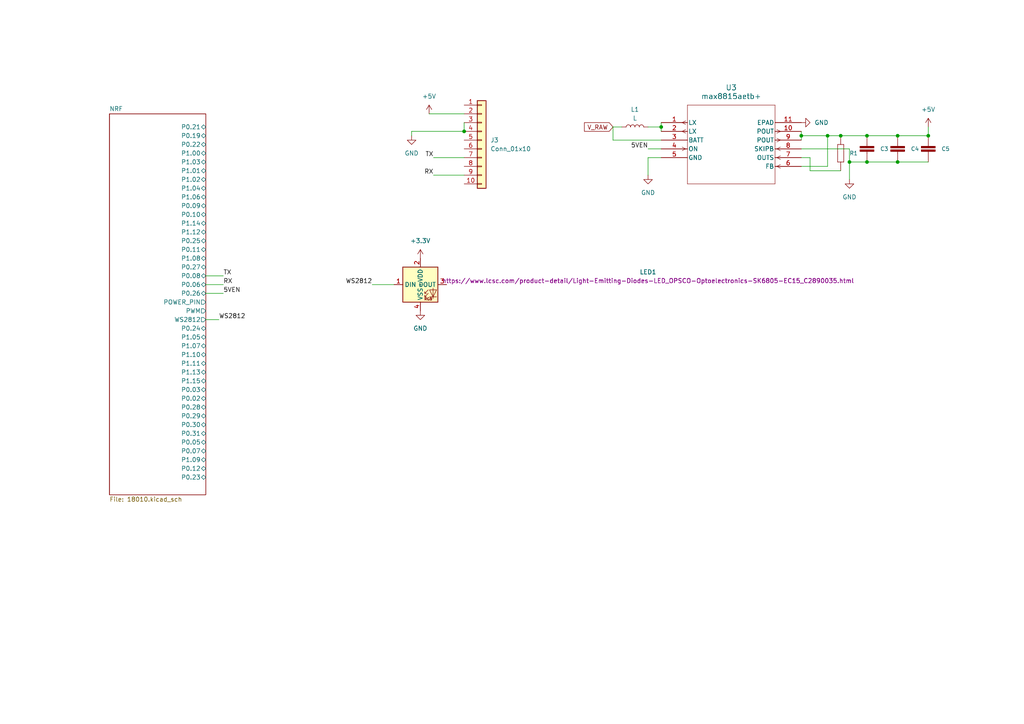
<source format=kicad_sch>
(kicad_sch (version 20230121) (generator eeschema)
  (paper "A4")
  (lib_symbols
    (symbol "Connector_Generic:Conn_01x10" (pin_names (offset 1.016) hide)
      (property "Reference" "J" (at 0 12.7 0))
      (property "Value" "Conn_01x10" (at 0 -15.24 0))
      (symbol "Conn_01x10_1_1"
        (rectangle (start -1.27 -12.573) (end 0 -12.827) (stroke (width 0.1524)))
        (rectangle (start -1.27 -10.033) (end 0 -10.287) (stroke (width 0.1524)))
        (rectangle (start -1.27 -7.493) (end 0 -7.747) (stroke (width 0.1524)))
        (rectangle (start -1.27 -4.953) (end 0 -5.207) (stroke (width 0.1524)))
        (rectangle (start -1.27 -2.413) (end 0 -2.667) (stroke (width 0.1524)))
        (rectangle (start -1.27 0.127) (end 0 -0.127) (stroke (width 0.1524)))
        (rectangle (start -1.27 2.667) (end 0 2.413) (stroke (width 0.1524)))
        (rectangle (start -1.27 5.207) (end 0 4.953) (stroke (width 0.1524)))
        (rectangle (start -1.27 7.747) (end 0 7.493) (stroke (width 0.1524)))
        (rectangle (start -1.27 10.287) (end 0 10.033) (stroke (width 0.1524)))
        (rectangle (start -1.27 11.43) (end 1.27 -13.97) (stroke (width 0.254)) (fill (type background)))
        (pin passive line (at -5.08 10.16 0) (length 3.81) (name "Pin_1") (number "1"))
        (pin passive line (at -5.08 -12.7 0) (length 3.81) (name "Pin_10") (number "10"))
        (pin passive line (at -5.08 7.62 0) (length 3.81) (name "Pin_2") (number "2"))
        (pin passive line (at -5.08 5.08 0) (length 3.81) (name "Pin_3") (number "3"))
        (pin passive line (at -5.08 2.54 0) (length 3.81) (name "Pin_4") (number "4"))
        (pin passive line (at -5.08 0 0) (length 3.81) (name "Pin_5") (number "5"))
        (pin passive line (at -5.08 -2.54 0) (length 3.81) (name "Pin_6") (number "6"))
        (pin passive line (at -5.08 -5.08 0) (length 3.81) (name "Pin_7") (number "7"))
        (pin passive line (at -5.08 -7.62 0) (length 3.81) (name "Pin_8") (number "8"))
        (pin passive line (at -5.08 -10.16 0) (length 3.81) (name "Pin_9") (number "9"))
      )
    )
    (symbol "Device:L" (pin_numbers hide) (pin_names (offset 1.016) hide)
      (property "Reference" "L" (at -1.27 0 90))
      (property "Value" "L" (at 1.905 0 90))
      (symbol "L_0_1"
        (arc (start 0 -2.54) (mid 0.6323 -1.905) (end 0 -1.27))
        (arc (start 0 -1.27) (mid 0.6323 -0.635) (end 0 0))
        (arc (start 0 0) (mid 0.6323 0.635) (end 0 1.27))
        (arc (start 0 1.27) (mid 0.6323 1.905) (end 0 2.54))
      )
      (symbol "L_1_1"
        (pin passive line (at 0 3.81 270) (length 1.27) (name "1") (number "1"))
        (pin passive line (at 0 -3.81 90) (length 1.27) (name "2") (number "2"))
      )
    )
    (symbol "PW:C-EUC0603" (pin_numbers hide) (pin_names (offset 1.016) hide)
      (property "Reference" "C" (at 1.524 0.381 0))
      (symbol "C-EUC0603_1_0"
        (polyline (pts (xy 0 -2.54) (xy 0 -2.032)))
        (polyline (pts (xy 0 0) (xy 0 -0.508)))
      )
      (symbol "C-EUC0603_1_1"
        (rectangle (start -2.032 -2.032) (end 2.032 -1.524) (fill (type outline)))
        (rectangle (start -2.032 -1.016) (end 2.032 -0.508) (fill (type outline)))
        (pin passive line (at 0 2.54 270) (length 2.54) (name "1") (number "1"))
        (pin passive line (at 0 -5.08 90) (length 2.54) (name "2") (number "2"))
      )
    )
    (symbol "PW:R-EU_R0603" (pin_numbers hide) (pin_names (offset 1.016) hide)
      (property "Reference" "R" (at -3.81 1.4986 0))
      (symbol "R-EU_R0603_1_0"
        (polyline (pts (xy -2.54 -0.889) (xy -2.54 0.889)))
        (polyline (pts (xy -2.54 -0.889) (xy 2.54 -0.889)))
        (polyline (pts (xy 2.54 -0.889) (xy 2.54 0.889)))
        (polyline (pts (xy 2.54 0.889) (xy -2.54 0.889)))
      )
      (symbol "R-EU_R0603_1_1"
        (pin passive line (at -5.08 0 0) (length 2.54) (name "1") (number "1"))
        (pin passive line (at 5.08 0 180) (length 2.54) (name "2") (number "2"))
      )
    )
    (symbol "PW:SK6805-E-J"
      (property "Reference" "LED" (at 5.08 6.35 0))
      (property "Link" "https://www.lcsc.com/product-detail/Light-Emitting-Diodes-LED_OPSCO-Optoelectronics-SK6805-EC15_C2890035.html" (at 0 0 0))
      (symbol "SK6805-E-J_0_0"
        (text "RGB" (at 2.286 -4.191 0) (effects (font (size 0.762 0.762))))
      )
      (symbol "SK6805-E-J_0_1"
        (polyline (pts (xy 1.27 -3.556) (xy 1.778 -3.556)))
        (polyline (pts (xy 1.27 -2.54) (xy 1.778 -2.54)))
        (polyline (pts (xy 4.699 -3.556) (xy 2.667 -3.556)))
        (polyline (pts (xy 2.286 -2.54) (xy 1.27 -3.556) (xy 1.27 -3.048)))
        (polyline (pts (xy 2.286 -1.524) (xy 1.27 -2.54) (xy 1.27 -2.032)))
        (polyline (pts (xy 3.683 -1.016) (xy 3.683 -3.556) (xy 3.683 -4.064)))
        (polyline (pts (xy 4.699 -1.524) (xy 2.667 -1.524) (xy 3.683 -3.556) (xy 4.699 -1.524)))
        (rectangle (start 5.08 5.08) (end -5.08 -5.08) (stroke (width 0.254)) (fill (type background)))
      )
      (symbol "SK6805-E-J_1_1"
        (pin input line (at -7.62 0 0) (length 2.54) (name "DIN") (number "1"))
        (pin power_in line (at 0 7.62 270) (length 2.54) (name "VDD") (number "2"))
        (pin output line (at 7.62 0 180) (length 2.54) (name "DOUT") (number "3"))
        (pin power_in line (at 0 -7.62 90) (length 2.54) (name "VSS") (number "4"))
      )
    )
    (symbol "PW:max8815aetb+" (pin_names (offset 0.254))
      (property "Reference" "U" (at 20.32 10.16 0))
      (property "Value" "max8815aetb+" (at 20.32 7.62 0))
      (symbol "max8815aetb+_0_1"
        (polyline (pts (xy 7.0993 -7.62) (xy 6.0579 -8.1407)) (stroke (width 0.127)))
        (polyline (pts (xy 7.0993 -7.62) (xy 6.0579 -7.0993)) (stroke (width 0.127)))
        (polyline (pts (xy 7.0993 -3.0607) (xy 6.0579 -2.54)) (stroke (width 0.127)))
        (polyline (pts (xy 7.0993 -2.0193) (xy 6.0579 -2.54)) (stroke (width 0.127)))
        (polyline (pts (xy 7.0993 -0.5207) (xy 6.0579 0)) (stroke (width 0.127)))
        (polyline (pts (xy 7.0993 0.5207) (xy 6.0579 0)) (stroke (width 0.127)))
        (polyline (pts (xy 7.62 -17.78) (xy 33.02 -17.78)) (stroke (width 0.127)))
        (polyline (pts (xy 7.62 5.08) (xy 7.62 -17.78)) (stroke (width 0.127)))
        (polyline (pts (xy 33.02 -17.78) (xy 33.02 5.08)) (stroke (width 0.127)))
        (polyline (pts (xy 33.02 5.08) (xy 7.62 5.08)) (stroke (width 0.127)))
        (polyline (pts (xy 33.5407 -12.7) (xy 34.5821 -13.2207)) (stroke (width 0.127)))
        (polyline (pts (xy 33.5407 -12.7) (xy 34.5821 -12.1793)) (stroke (width 0.127)))
        (polyline (pts (xy 33.5407 -10.16) (xy 34.5821 -10.6807)) (stroke (width 0.127)))
        (polyline (pts (xy 33.5407 -10.16) (xy 34.5821 -9.6393)) (stroke (width 0.127)))
        (polyline (pts (xy 33.5407 -7.62) (xy 34.5821 -8.1407)) (stroke (width 0.127)))
        (polyline (pts (xy 33.5407 -7.62) (xy 34.5821 -7.0993)) (stroke (width 0.127)))
        (polyline (pts (xy 33.5407 -5.6007) (xy 34.5821 -5.08)) (stroke (width 0.127)))
        (polyline (pts (xy 33.5407 -4.5593) (xy 34.5821 -5.08)) (stroke (width 0.127)))
        (polyline (pts (xy 33.5407 -3.0607) (xy 34.5821 -2.54)) (stroke (width 0.127)))
        (polyline (pts (xy 33.5407 -2.0193) (xy 34.5821 -2.54)) (stroke (width 0.127)))
        (pin output line (at 0 0 0) (length 7.62) (name "LX") (number "1"))
        (pin output line (at 40.64 -2.54 180) (length 7.62) (name "POUT") (number "10"))
        (pin unspecified line (at 40.64 0 180) (length 7.62) (name "EPAD") (number "11"))
        (pin output line (at 0 -2.54 0) (length 7.62) (name "LX") (number "2"))
        (pin power_in line (at 0 -5.08 0) (length 7.62) (name "BATT") (number "3"))
        (pin input line (at 0 -7.62 0) (length 7.62) (name "ON") (number "4"))
        (pin power_in line (at 0 -10.16 0) (length 7.62) (name "GND") (number "5"))
        (pin input line (at 40.64 -12.7 180) (length 7.62) (name "FB") (number "6"))
        (pin input line (at 40.64 -10.16 180) (length 7.62) (name "OUTS") (number "7"))
        (pin input line (at 40.64 -7.62 180) (length 7.62) (name "SKIPB") (number "8"))
        (pin output line (at 40.64 -5.08 180) (length 7.62) (name "POUT") (number "9"))
      )
    )
    (symbol "power:+3.3V" (power) (pin_names (offset 0))
      (property "Value" "+3.3V" (at 0 3.556 0))
      (symbol "+3.3V_0_1"
        (polyline (pts (xy -0.762 1.27) (xy 0 2.54)))
        (polyline (pts (xy 0 0) (xy 0 2.54)))
        (polyline (pts (xy 0 2.54) (xy 0.762 1.27)))
      )
      (symbol "+3.3V_1_1"
        (pin power_in line (at 0 0 90) (length 0) hide (name "+3.3V") (number "1"))
      )
    )
    (symbol "power:+5V" (power) (pin_names (offset 0))
      (property "Value" "+5V" (at 0 3.556 0))
      (symbol "+5V_0_1"
        (polyline (pts (xy -0.762 1.27) (xy 0 2.54)))
        (polyline (pts (xy 0 0) (xy 0 2.54)))
        (polyline (pts (xy 0 2.54) (xy 0.762 1.27)))
      )
      (symbol "+5V_1_1"
        (pin power_in line (at 0 0 90) (length 0) hide (name "+5V") (number "1"))
      )
    )
    (symbol "power:GND" (power) (pin_names (offset 0))
      (property "Value" "GND" (at 0 -3.81 0))
      (symbol "GND_0_1"
        (polyline (pts (xy 0 0) (xy 0 -1.27) (xy 1.27 -1.27) (xy 0 -2.54) (xy -1.27 -1.27) (xy 0 -1.27)))
      )
      (symbol "GND_1_1"
        (pin power_in line (at 0 0 270) (length 0) hide (name "GND") (number "1"))
      )
    )
  )
  (junction (at 240.03 39.37))
  (junction (at 246.38 46.99))
  (junction (at 243.84 39.37))
  (junction (at 269.24 39.37))
  (junction (at 260.35 46.99))
  (junction (at 260.35 39.37))
  (junction (at 134.62 38.1))
  (junction (at 251.46 39.37))
  (junction (at 232.41 39.37))
  (junction (at 191.77 36.83))
  (junction (at 251.46 46.99))
  (wire (pts (xy 187.96 36.83) (xy 191.77 36.83)))
  (wire (pts (xy 232.41 39.37) (xy 232.41 40.64)))
  (wire (pts (xy 119.38 38.1) (xy 119.38 39.37)))
  (wire (pts (xy 125.73 50.8) (xy 134.62 50.8)))
  (wire (pts (xy 232.41 43.18) (xy 246.38 43.18)))
  (wire (pts (xy 243.84 39.37) (xy 251.46 39.37)))
  (wire (pts (xy 246.38 46.99) (xy 246.38 52.07)))
  (wire (pts (xy 234.95 49.53) (xy 234.95 45.72)))
  (wire (pts (xy 260.35 39.37) (xy 269.24 39.37)))
  (wire (pts (xy 191.77 40.64) (xy 177.8 40.64)))
  (wire (pts (xy 187.96 43.18) (xy 191.77 43.18)))
  (wire (pts (xy 240.03 39.37) (xy 232.41 39.37)))
  (wire (pts (xy 177.8 40.64) (xy 177.8 36.83)))
  (wire (pts (xy 251.46 46.99) (xy 260.35 46.99)))
  (wire (pts (xy 240.03 48.26) (xy 240.03 39.37)))
  (wire (pts (xy 243.84 49.53) (xy 234.95 49.53)))
  (wire (pts (xy 177.8 36.83) (xy 180.34 36.83)))
  (wire (pts (xy 107.95 82.55) (xy 114.3 82.55)))
  (wire (pts (xy 124.46 33.02) (xy 134.62 33.02)))
  (wire (pts (xy 191.77 35.56) (xy 191.77 36.83)))
  (wire (pts (xy 240.03 39.37) (xy 243.84 39.37)))
  (wire (pts (xy 125.73 45.72) (xy 134.62 45.72)))
  (wire (pts (xy 187.96 45.72) (xy 187.96 50.8)))
  (wire (pts (xy 246.38 46.99) (xy 251.46 46.99)))
  (wire (pts (xy 232.41 48.26) (xy 240.03 48.26)))
  (wire (pts (xy 269.24 36.83) (xy 269.24 39.37)))
  (wire (pts (xy 234.95 45.72) (xy 232.41 45.72)))
  (wire (pts (xy 191.77 36.83) (xy 191.77 38.1)))
  (wire (pts (xy 260.35 46.99) (xy 269.24 46.99)))
  (wire (pts (xy 232.41 39.37) (xy 232.41 38.1)))
  (wire (pts (xy 251.46 39.37) (xy 260.35 39.37)))
  (wire (pts (xy 59.69 80.01) (xy 64.77 80.01)))
  (wire (pts (xy 59.69 92.71) (xy 63.5 92.71)))
  (wire (pts (xy 59.69 82.55) (xy 64.77 82.55)))
  (wire (pts (xy 134.62 38.1) (xy 119.38 38.1)))
  (wire (pts (xy 134.62 35.56) (xy 134.62 38.1)))
  (wire (pts (xy 59.69 85.09) (xy 64.77 85.09)))
  (wire (pts (xy 191.77 45.72) (xy 187.96 45.72)))
  (wire (pts (xy 246.38 43.18) (xy 246.38 46.99)))
  (label "TX" (at 64.77 80.01 0))
  (label "5VEN" (at 64.77 85.09 0))
  (label "RX" (at 125.73 50.8 180))
  (label "RX" (at 64.77 82.55 0))
  (label "WS2812" (at 107.95 82.55 180))
  (label "WS2812" (at 63.5 92.71 0))
  (label "5VEN" (at 187.96 43.18 180))
  (label "TX" (at 125.73 45.72 180))
  (global_label "V_RAW" (shape input) (at 177.8 36.83 180) (property "Intersheetrefs" "${INTERSHEET_REFS}" (effects hide)))
  (symbol (lib_id "PW:C-EUC0603") (at 260.35 41.91 0) (unit 1)
    (property "Reference" "C4" (at 264.16 43.18 0) (effects (font (size 1.143 1.143)) (justify left)))
    (property "Value" "10u" (effects hide))
    (property "Footprint" "PW:C0603" (effects hide))
  )
  (symbol (lib_id "power:+5V") (at 124.46 33.02 0) (unit 1)
    (property "Reference" "#PWR04" (effects hide))
    (property "Value" "+5V" (at 124.46 27.94 0))
  )
  (symbol (lib_id "power:GND") (at 119.38 39.37 0) (unit 1)
    (property "Reference" "#PWR05" (effects hide))
    (property "Value" "GND" (at 119.38 44.45 0))
  )
  (symbol (lib_id "power:GND") (at 187.96 50.8 0) (unit 1)
    (property "Reference" "#PWR01" (effects hide))
    (property "Value" "GND" (at 187.96 55.88 0))
  )
  (symbol (lib_id "power:GND") (at 121.92 90.17 0) (unit 1)
    (property "Reference" "#PWR07" (effects hide))
    (property "Value" "GND" (at 121.92 95.25 0))
  )
  (symbol (lib_id "Connector_Generic:Conn_01x10") (at 139.7 40.64 0) (unit 1)
    (property "Reference" "J3" (at 142.24 40.64 0) (effects (justify left)))
    (property "Value" "Conn_01x10" (at 142.24 43.18 0) (effects (justify left)))
    (property "Footprint" "PW:HPMA115C0" (effects hide))
  )
  (symbol (lib_id "power:+5V") (at 269.24 36.83 0) (unit 1)
    (property "Reference" "#PWR03" (effects hide))
    (property "Value" "+5V" (at 269.24 31.75 0))
  )
  (symbol (lib_id "PW:C-EUC0603") (at 269.24 41.91 0) (unit 1)
    (property "Reference" "C5" (at 273.05 43.18 0) (effects (font (size 1.143 1.143)) (justify left)))
    (property "Value" "2.2u" (effects hide))
    (property "Footprint" "PW:C0603" (effects hide))
  )
  (symbol (lib_id "PW:R-EU_R0603") (at 243.84 44.45 90) (unit 1)
    (property "Reference" "R1" (at 246.38 44.45 90) (effects (font (size 1.143 1.143)) (justify right)))
    (property "Value" "100" (effects hide))
    (property "Footprint" "PW:0603" (effects hide))
  )
  (symbol (lib_id "power:+3.3V") (at 121.92 74.93 0) (unit 1)
    (property "Reference" "#PWR06" (effects hide))
    (property "Value" "+3.3V" (at 121.92 69.85 0))
  )
  (symbol (lib_id "power:GND") (at 246.38 52.07 0) (unit 1)
    (property "Reference" "#PWR02" (effects hide))
    (property "Value" "GND" (at 246.38 57.15 0))
  )
  (symbol (lib_id "Device:L") (at 184.15 36.83 90) (unit 1)
    (property "Reference" "L1" (at 184.15 31.75 90))
    (property "Value" "L" (at 184.15 34.29 90))
    (property "Footprint" "Inductor_SMD:L_0805_2012Metric_Pad1.15x1.40mm_HandSolder" (effects hide))
  )
  (symbol (lib_id "PW:SK6805-E-J") (at 121.92 82.55 0) (unit 1)
    (property "Reference" "LED1" (at 187.96 78.9021 0))
    (property "Value" "~" (at 121.92 82.55 0))
    (property "Footprint" "PW:SK6805-E-J" (effects hide))
    (property "Link" "https://www.lcsc.com/product-detail/Light-Emitting-Diodes-LED_OPSCO-Optoelectronics-SK6805-EC15_C2890035.html" (at 187.96 81.4421 0))
  )
  (symbol (lib_id "power:GND") (at 232.41 35.56 90) (unit 1)
    (property "Reference" "#PWR08" (effects hide))
    (property "Value" "GND" (at 236.22 35.56 90) (effects (justify right)))
  )
  (symbol (lib_id "PW:C-EUC0603") (at 251.46 41.91 0) (unit 1)
    (property "Reference" "C3" (at 255.27 43.18 0) (effects (font (size 1.143 1.143)) (justify left)))
    (property "Value" "10u" (effects hide))
    (property "Footprint" "PW:C0603" (effects hide))
  )
  (symbol (lib_id "PW:max8815aetb+") (at 191.77 35.56 0) (unit 1)
    (property "Reference" "U3" (at 212.09 25.4 0) (effects (font (size 1.524 1.524))))
    (property "Value" "max8815aetb+" (at 212.09 27.94 0) (effects (font (size 1.524 1.524))))
    (property "Footprint" "PW:21-0137_T1033&plus_2_MXM" (effects hide))
    (property "Datasheet" "max8815aetb+" (effects hide))
  )
  (sheet (at 31.75 33.02) (size 27.94 110.49) (stroke (width 0.1524))
    (property "Sheetname" "NRF" (at 31.75 32.3084 0) (effects (justify left bottom)))
    (property "Sheetfile" "18010.kicad_sch" (at 31.75 144.0946 0) (effects (justify left top)))
    (pin "P0.19" bidirectional (at 59.69 39.37 0))
    (pin "P0.21" bidirectional (at 59.69 36.83 0))
    (pin "P1.01" bidirectional (at 59.69 49.53 0))
    (pin "P1.00" bidirectional (at 59.69 44.45 0))
    (pin "P1.03" bidirectional (at 59.69 46.99 0))
    (pin "P0.22" bidirectional (at 59.69 41.91 0))
    (pin "P1.02" bidirectional (at 59.69 52.07 0))
    (pin "P1.12" bidirectional (at 59.69 67.31 0))
    (pin "P0.25" bidirectional (at 59.69 69.85 0))
    (pin "P1.14" bidirectional (at 59.69 64.77 0))
    (pin "P0.10" bidirectional (at 59.69 62.23 0))
    (pin "P0.09" bidirectional (at 59.69 59.69 0))
    (pin "P1.06" bidirectional (at 59.69 57.15 0))
    (pin "P1.04" bidirectional (at 59.69 54.61 0))
    (pin "P1.08" bidirectional (at 59.69 74.93 0))
    (pin "P0.08" bidirectional (at 59.69 80.01 0))
    (pin "P0.11" bidirectional (at 59.69 72.39 0))
    (pin "P0.27" bidirectional (at 59.69 77.47 0))
    (pin "POWER_PIN" output (at 59.69 87.63 0))
    (pin "PWM" output (at 59.69 90.17 0))
    (pin "WS2812" output (at 59.69 92.71 0))
    (pin "P0.26" bidirectional (at 59.69 85.09 0))
    (pin "P0.06" bidirectional (at 59.69 82.55 0))
    (pin "P1.10" bidirectional (at 59.69 102.87 0))
    (pin "P0.31" bidirectional (at 59.69 125.73 0))
    (pin "P0.29" bidirectional (at 59.69 120.65 0))
    (pin "P0.30" bidirectional (at 59.69 123.19 0))
    (pin "P0.28" bidirectional (at 59.69 118.11 0))
    (pin "P0.23" bidirectional (at 59.69 138.43 0))
    (pin "P0.07" bidirectional (at 59.69 130.81 0))
    (pin "P0.12" bidirectional (at 59.69 135.89 0))
    (pin "P1.09" bidirectional (at 59.69 133.35 0))
    (pin "P0.05" bidirectional (at 59.69 128.27 0))
    (pin "P0.02" bidirectional (at 59.69 115.57 0))
    (pin "P1.15" bidirectional (at 59.69 110.49 0))
    (pin "P1.11" bidirectional (at 59.69 105.41 0))
    (pin "P1.13" bidirectional (at 59.69 107.95 0))
    (pin "P0.03" bidirectional (at 59.69 113.03 0))
    (pin "P1.07" bidirectional (at 59.69 100.33 0))
    (pin "P1.05" bidirectional (at 59.69 97.79 0))
    (pin "P0.24" bidirectional (at 59.69 95.25 0))
  )
)
</source>
